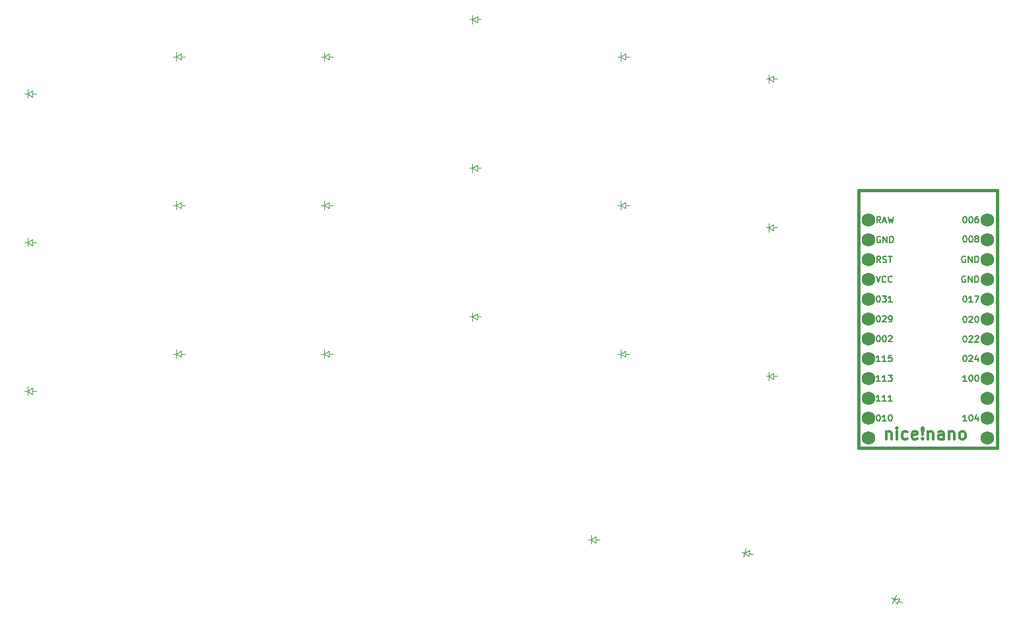
<source format=gbr>
%TF.GenerationSoftware,KiCad,Pcbnew,7.0.9*%
%TF.CreationDate,2024-08-18T04:48:21-07:00*%
%TF.ProjectId,left,6c656674-2e6b-4696-9361-645f70636258,v1.0.0*%
%TF.SameCoordinates,Original*%
%TF.FileFunction,Legend,Top*%
%TF.FilePolarity,Positive*%
%FSLAX46Y46*%
G04 Gerber Fmt 4.6, Leading zero omitted, Abs format (unit mm)*
G04 Created by KiCad (PCBNEW 7.0.9) date 2024-08-18 04:48:21*
%MOMM*%
%LPD*%
G01*
G04 APERTURE LIST*
%ADD10C,0.150000*%
%ADD11C,0.300000*%
%ADD12C,0.100000*%
%ADD13C,0.381000*%
%ADD14C,1.752600*%
G04 APERTURE END LIST*
D10*
X252112359Y-157685195D02*
X252188549Y-157685195D01*
X252188549Y-157685195D02*
X252264740Y-157723290D01*
X252264740Y-157723290D02*
X252302835Y-157761385D01*
X252302835Y-157761385D02*
X252340930Y-157837576D01*
X252340930Y-157837576D02*
X252379025Y-157989957D01*
X252379025Y-157989957D02*
X252379025Y-158180433D01*
X252379025Y-158180433D02*
X252340930Y-158332814D01*
X252340930Y-158332814D02*
X252302835Y-158409004D01*
X252302835Y-158409004D02*
X252264740Y-158447100D01*
X252264740Y-158447100D02*
X252188549Y-158485195D01*
X252188549Y-158485195D02*
X252112359Y-158485195D01*
X252112359Y-158485195D02*
X252036168Y-158447100D01*
X252036168Y-158447100D02*
X251998073Y-158409004D01*
X251998073Y-158409004D02*
X251959978Y-158332814D01*
X251959978Y-158332814D02*
X251921882Y-158180433D01*
X251921882Y-158180433D02*
X251921882Y-157989957D01*
X251921882Y-157989957D02*
X251959978Y-157837576D01*
X251959978Y-157837576D02*
X251998073Y-157761385D01*
X251998073Y-157761385D02*
X252036168Y-157723290D01*
X252036168Y-157723290D02*
X252112359Y-157685195D01*
X252874264Y-157685195D02*
X252950454Y-157685195D01*
X252950454Y-157685195D02*
X253026645Y-157723290D01*
X253026645Y-157723290D02*
X253064740Y-157761385D01*
X253064740Y-157761385D02*
X253102835Y-157837576D01*
X253102835Y-157837576D02*
X253140930Y-157989957D01*
X253140930Y-157989957D02*
X253140930Y-158180433D01*
X253140930Y-158180433D02*
X253102835Y-158332814D01*
X253102835Y-158332814D02*
X253064740Y-158409004D01*
X253064740Y-158409004D02*
X253026645Y-158447100D01*
X253026645Y-158447100D02*
X252950454Y-158485195D01*
X252950454Y-158485195D02*
X252874264Y-158485195D01*
X252874264Y-158485195D02*
X252798073Y-158447100D01*
X252798073Y-158447100D02*
X252759978Y-158409004D01*
X252759978Y-158409004D02*
X252721883Y-158332814D01*
X252721883Y-158332814D02*
X252683787Y-158180433D01*
X252683787Y-158180433D02*
X252683787Y-157989957D01*
X252683787Y-157989957D02*
X252721883Y-157837576D01*
X252721883Y-157837576D02*
X252759978Y-157761385D01*
X252759978Y-157761385D02*
X252798073Y-157723290D01*
X252798073Y-157723290D02*
X252874264Y-157685195D01*
X253445692Y-157761385D02*
X253483788Y-157723290D01*
X253483788Y-157723290D02*
X253559978Y-157685195D01*
X253559978Y-157685195D02*
X253750454Y-157685195D01*
X253750454Y-157685195D02*
X253826645Y-157723290D01*
X253826645Y-157723290D02*
X253864740Y-157761385D01*
X253864740Y-157761385D02*
X253902835Y-157837576D01*
X253902835Y-157837576D02*
X253902835Y-157913766D01*
X253902835Y-157913766D02*
X253864740Y-158028052D01*
X253864740Y-158028052D02*
X253407597Y-158485195D01*
X253407597Y-158485195D02*
X253902835Y-158485195D01*
X252385359Y-145023290D02*
X252309169Y-144985195D01*
X252309169Y-144985195D02*
X252194883Y-144985195D01*
X252194883Y-144985195D02*
X252080597Y-145023290D01*
X252080597Y-145023290D02*
X252004407Y-145099480D01*
X252004407Y-145099480D02*
X251966312Y-145175671D01*
X251966312Y-145175671D02*
X251928216Y-145328052D01*
X251928216Y-145328052D02*
X251928216Y-145442338D01*
X251928216Y-145442338D02*
X251966312Y-145594719D01*
X251966312Y-145594719D02*
X252004407Y-145670909D01*
X252004407Y-145670909D02*
X252080597Y-145747100D01*
X252080597Y-145747100D02*
X252194883Y-145785195D01*
X252194883Y-145785195D02*
X252271074Y-145785195D01*
X252271074Y-145785195D02*
X252385359Y-145747100D01*
X252385359Y-145747100D02*
X252423455Y-145709004D01*
X252423455Y-145709004D02*
X252423455Y-145442338D01*
X252423455Y-145442338D02*
X252271074Y-145442338D01*
X252766312Y-145785195D02*
X252766312Y-144985195D01*
X252766312Y-144985195D02*
X253223455Y-145785195D01*
X253223455Y-145785195D02*
X253223455Y-144985195D01*
X253604407Y-145785195D02*
X253604407Y-144985195D01*
X253604407Y-144985195D02*
X253794883Y-144985195D01*
X253794883Y-144985195D02*
X253909169Y-145023290D01*
X253909169Y-145023290D02*
X253985359Y-145099480D01*
X253985359Y-145099480D02*
X254023454Y-145175671D01*
X254023454Y-145175671D02*
X254061550Y-145328052D01*
X254061550Y-145328052D02*
X254061550Y-145442338D01*
X254061550Y-145442338D02*
X254023454Y-145594719D01*
X254023454Y-145594719D02*
X253985359Y-145670909D01*
X253985359Y-145670909D02*
X253909169Y-145747100D01*
X253909169Y-145747100D02*
X253794883Y-145785195D01*
X253794883Y-145785195D02*
X253604407Y-145785195D01*
X252112359Y-167845195D02*
X252188549Y-167845195D01*
X252188549Y-167845195D02*
X252264740Y-167883290D01*
X252264740Y-167883290D02*
X252302835Y-167921385D01*
X252302835Y-167921385D02*
X252340930Y-167997576D01*
X252340930Y-167997576D02*
X252379025Y-168149957D01*
X252379025Y-168149957D02*
X252379025Y-168340433D01*
X252379025Y-168340433D02*
X252340930Y-168492814D01*
X252340930Y-168492814D02*
X252302835Y-168569004D01*
X252302835Y-168569004D02*
X252264740Y-168607100D01*
X252264740Y-168607100D02*
X252188549Y-168645195D01*
X252188549Y-168645195D02*
X252112359Y-168645195D01*
X252112359Y-168645195D02*
X252036168Y-168607100D01*
X252036168Y-168607100D02*
X251998073Y-168569004D01*
X251998073Y-168569004D02*
X251959978Y-168492814D01*
X251959978Y-168492814D02*
X251921882Y-168340433D01*
X251921882Y-168340433D02*
X251921882Y-168149957D01*
X251921882Y-168149957D02*
X251959978Y-167997576D01*
X251959978Y-167997576D02*
X251998073Y-167921385D01*
X251998073Y-167921385D02*
X252036168Y-167883290D01*
X252036168Y-167883290D02*
X252112359Y-167845195D01*
X253140930Y-168645195D02*
X252683787Y-168645195D01*
X252912359Y-168645195D02*
X252912359Y-167845195D01*
X252912359Y-167845195D02*
X252836168Y-167959480D01*
X252836168Y-167959480D02*
X252759978Y-168035671D01*
X252759978Y-168035671D02*
X252683787Y-168073766D01*
X253636169Y-167845195D02*
X253712359Y-167845195D01*
X253712359Y-167845195D02*
X253788550Y-167883290D01*
X253788550Y-167883290D02*
X253826645Y-167921385D01*
X253826645Y-167921385D02*
X253864740Y-167997576D01*
X253864740Y-167997576D02*
X253902835Y-168149957D01*
X253902835Y-168149957D02*
X253902835Y-168340433D01*
X253902835Y-168340433D02*
X253864740Y-168492814D01*
X253864740Y-168492814D02*
X253826645Y-168569004D01*
X253826645Y-168569004D02*
X253788550Y-168607100D01*
X253788550Y-168607100D02*
X253712359Y-168645195D01*
X253712359Y-168645195D02*
X253636169Y-168645195D01*
X253636169Y-168645195D02*
X253559978Y-168607100D01*
X253559978Y-168607100D02*
X253521883Y-168569004D01*
X253521883Y-168569004D02*
X253483788Y-168492814D01*
X253483788Y-168492814D02*
X253445692Y-168340433D01*
X253445692Y-168340433D02*
X253445692Y-168149957D01*
X253445692Y-168149957D02*
X253483788Y-167997576D01*
X253483788Y-167997576D02*
X253521883Y-167921385D01*
X253521883Y-167921385D02*
X253559978Y-167883290D01*
X253559978Y-167883290D02*
X253636169Y-167845195D01*
D11*
X253159835Y-169993228D02*
X253159835Y-170993228D01*
X253159835Y-170136085D02*
X253231264Y-170064657D01*
X253231264Y-170064657D02*
X253374121Y-169993228D01*
X253374121Y-169993228D02*
X253588407Y-169993228D01*
X253588407Y-169993228D02*
X253731264Y-170064657D01*
X253731264Y-170064657D02*
X253802693Y-170207514D01*
X253802693Y-170207514D02*
X253802693Y-170993228D01*
X254516978Y-170993228D02*
X254516978Y-169993228D01*
X254516978Y-169493228D02*
X254445550Y-169564657D01*
X254445550Y-169564657D02*
X254516978Y-169636085D01*
X254516978Y-169636085D02*
X254588407Y-169564657D01*
X254588407Y-169564657D02*
X254516978Y-169493228D01*
X254516978Y-169493228D02*
X254516978Y-169636085D01*
X255874122Y-170921800D02*
X255731264Y-170993228D01*
X255731264Y-170993228D02*
X255445550Y-170993228D01*
X255445550Y-170993228D02*
X255302693Y-170921800D01*
X255302693Y-170921800D02*
X255231264Y-170850371D01*
X255231264Y-170850371D02*
X255159836Y-170707514D01*
X255159836Y-170707514D02*
X255159836Y-170278942D01*
X255159836Y-170278942D02*
X255231264Y-170136085D01*
X255231264Y-170136085D02*
X255302693Y-170064657D01*
X255302693Y-170064657D02*
X255445550Y-169993228D01*
X255445550Y-169993228D02*
X255731264Y-169993228D01*
X255731264Y-169993228D02*
X255874122Y-170064657D01*
X257088407Y-170921800D02*
X256945550Y-170993228D01*
X256945550Y-170993228D02*
X256659836Y-170993228D01*
X256659836Y-170993228D02*
X256516978Y-170921800D01*
X256516978Y-170921800D02*
X256445550Y-170778942D01*
X256445550Y-170778942D02*
X256445550Y-170207514D01*
X256445550Y-170207514D02*
X256516978Y-170064657D01*
X256516978Y-170064657D02*
X256659836Y-169993228D01*
X256659836Y-169993228D02*
X256945550Y-169993228D01*
X256945550Y-169993228D02*
X257088407Y-170064657D01*
X257088407Y-170064657D02*
X257159836Y-170207514D01*
X257159836Y-170207514D02*
X257159836Y-170350371D01*
X257159836Y-170350371D02*
X256445550Y-170493228D01*
X257802692Y-170850371D02*
X257874121Y-170921800D01*
X257874121Y-170921800D02*
X257802692Y-170993228D01*
X257802692Y-170993228D02*
X257731264Y-170921800D01*
X257731264Y-170921800D02*
X257802692Y-170850371D01*
X257802692Y-170850371D02*
X257802692Y-170993228D01*
X257802692Y-170421800D02*
X257731264Y-169564657D01*
X257731264Y-169564657D02*
X257802692Y-169493228D01*
X257802692Y-169493228D02*
X257874121Y-169564657D01*
X257874121Y-169564657D02*
X257802692Y-170421800D01*
X257802692Y-170421800D02*
X257802692Y-169493228D01*
X258516978Y-169993228D02*
X258516978Y-170993228D01*
X258516978Y-170136085D02*
X258588407Y-170064657D01*
X258588407Y-170064657D02*
X258731264Y-169993228D01*
X258731264Y-169993228D02*
X258945550Y-169993228D01*
X258945550Y-169993228D02*
X259088407Y-170064657D01*
X259088407Y-170064657D02*
X259159836Y-170207514D01*
X259159836Y-170207514D02*
X259159836Y-170993228D01*
X260516979Y-170993228D02*
X260516979Y-170207514D01*
X260516979Y-170207514D02*
X260445550Y-170064657D01*
X260445550Y-170064657D02*
X260302693Y-169993228D01*
X260302693Y-169993228D02*
X260016979Y-169993228D01*
X260016979Y-169993228D02*
X259874121Y-170064657D01*
X260516979Y-170921800D02*
X260374121Y-170993228D01*
X260374121Y-170993228D02*
X260016979Y-170993228D01*
X260016979Y-170993228D02*
X259874121Y-170921800D01*
X259874121Y-170921800D02*
X259802693Y-170778942D01*
X259802693Y-170778942D02*
X259802693Y-170636085D01*
X259802693Y-170636085D02*
X259874121Y-170493228D01*
X259874121Y-170493228D02*
X260016979Y-170421800D01*
X260016979Y-170421800D02*
X260374121Y-170421800D01*
X260374121Y-170421800D02*
X260516979Y-170350371D01*
X261231264Y-169993228D02*
X261231264Y-170993228D01*
X261231264Y-170136085D02*
X261302693Y-170064657D01*
X261302693Y-170064657D02*
X261445550Y-169993228D01*
X261445550Y-169993228D02*
X261659836Y-169993228D01*
X261659836Y-169993228D02*
X261802693Y-170064657D01*
X261802693Y-170064657D02*
X261874122Y-170207514D01*
X261874122Y-170207514D02*
X261874122Y-170993228D01*
X262802693Y-170993228D02*
X262659836Y-170921800D01*
X262659836Y-170921800D02*
X262588407Y-170850371D01*
X262588407Y-170850371D02*
X262516979Y-170707514D01*
X262516979Y-170707514D02*
X262516979Y-170278942D01*
X262516979Y-170278942D02*
X262588407Y-170136085D01*
X262588407Y-170136085D02*
X262659836Y-170064657D01*
X262659836Y-170064657D02*
X262802693Y-169993228D01*
X262802693Y-169993228D02*
X263016979Y-169993228D01*
X263016979Y-169993228D02*
X263159836Y-170064657D01*
X263159836Y-170064657D02*
X263231265Y-170136085D01*
X263231265Y-170136085D02*
X263302693Y-170278942D01*
X263302693Y-170278942D02*
X263302693Y-170707514D01*
X263302693Y-170707514D02*
X263231265Y-170850371D01*
X263231265Y-170850371D02*
X263159836Y-170921800D01*
X263159836Y-170921800D02*
X263016979Y-170993228D01*
X263016979Y-170993228D02*
X262802693Y-170993228D01*
D10*
X252112359Y-152605195D02*
X252188549Y-152605195D01*
X252188549Y-152605195D02*
X252264740Y-152643290D01*
X252264740Y-152643290D02*
X252302835Y-152681385D01*
X252302835Y-152681385D02*
X252340930Y-152757576D01*
X252340930Y-152757576D02*
X252379025Y-152909957D01*
X252379025Y-152909957D02*
X252379025Y-153100433D01*
X252379025Y-153100433D02*
X252340930Y-153252814D01*
X252340930Y-153252814D02*
X252302835Y-153329004D01*
X252302835Y-153329004D02*
X252264740Y-153367100D01*
X252264740Y-153367100D02*
X252188549Y-153405195D01*
X252188549Y-153405195D02*
X252112359Y-153405195D01*
X252112359Y-153405195D02*
X252036168Y-153367100D01*
X252036168Y-153367100D02*
X251998073Y-153329004D01*
X251998073Y-153329004D02*
X251959978Y-153252814D01*
X251959978Y-153252814D02*
X251921882Y-153100433D01*
X251921882Y-153100433D02*
X251921882Y-152909957D01*
X251921882Y-152909957D02*
X251959978Y-152757576D01*
X251959978Y-152757576D02*
X251998073Y-152681385D01*
X251998073Y-152681385D02*
X252036168Y-152643290D01*
X252036168Y-152643290D02*
X252112359Y-152605195D01*
X252645692Y-152605195D02*
X253140930Y-152605195D01*
X253140930Y-152605195D02*
X252874264Y-152909957D01*
X252874264Y-152909957D02*
X252988549Y-152909957D01*
X252988549Y-152909957D02*
X253064740Y-152948052D01*
X253064740Y-152948052D02*
X253102835Y-152986147D01*
X253102835Y-152986147D02*
X253140930Y-153062338D01*
X253140930Y-153062338D02*
X253140930Y-153252814D01*
X253140930Y-153252814D02*
X253102835Y-153329004D01*
X253102835Y-153329004D02*
X253064740Y-153367100D01*
X253064740Y-153367100D02*
X252988549Y-153405195D01*
X252988549Y-153405195D02*
X252759978Y-153405195D01*
X252759978Y-153405195D02*
X252683787Y-153367100D01*
X252683787Y-153367100D02*
X252645692Y-153329004D01*
X253902835Y-153405195D02*
X253445692Y-153405195D01*
X253674264Y-153405195D02*
X253674264Y-152605195D01*
X253674264Y-152605195D02*
X253598073Y-152719480D01*
X253598073Y-152719480D02*
X253521883Y-152795671D01*
X253521883Y-152795671D02*
X253445692Y-152833766D01*
X263186740Y-157715195D02*
X263262930Y-157715195D01*
X263262930Y-157715195D02*
X263339121Y-157753290D01*
X263339121Y-157753290D02*
X263377216Y-157791385D01*
X263377216Y-157791385D02*
X263415311Y-157867576D01*
X263415311Y-157867576D02*
X263453406Y-158019957D01*
X263453406Y-158019957D02*
X263453406Y-158210433D01*
X263453406Y-158210433D02*
X263415311Y-158362814D01*
X263415311Y-158362814D02*
X263377216Y-158439004D01*
X263377216Y-158439004D02*
X263339121Y-158477100D01*
X263339121Y-158477100D02*
X263262930Y-158515195D01*
X263262930Y-158515195D02*
X263186740Y-158515195D01*
X263186740Y-158515195D02*
X263110549Y-158477100D01*
X263110549Y-158477100D02*
X263072454Y-158439004D01*
X263072454Y-158439004D02*
X263034359Y-158362814D01*
X263034359Y-158362814D02*
X262996263Y-158210433D01*
X262996263Y-158210433D02*
X262996263Y-158019957D01*
X262996263Y-158019957D02*
X263034359Y-157867576D01*
X263034359Y-157867576D02*
X263072454Y-157791385D01*
X263072454Y-157791385D02*
X263110549Y-157753290D01*
X263110549Y-157753290D02*
X263186740Y-157715195D01*
X263758168Y-157791385D02*
X263796264Y-157753290D01*
X263796264Y-157753290D02*
X263872454Y-157715195D01*
X263872454Y-157715195D02*
X264062930Y-157715195D01*
X264062930Y-157715195D02*
X264139121Y-157753290D01*
X264139121Y-157753290D02*
X264177216Y-157791385D01*
X264177216Y-157791385D02*
X264215311Y-157867576D01*
X264215311Y-157867576D02*
X264215311Y-157943766D01*
X264215311Y-157943766D02*
X264177216Y-158058052D01*
X264177216Y-158058052D02*
X263720073Y-158515195D01*
X263720073Y-158515195D02*
X264215311Y-158515195D01*
X264520073Y-157791385D02*
X264558169Y-157753290D01*
X264558169Y-157753290D02*
X264634359Y-157715195D01*
X264634359Y-157715195D02*
X264824835Y-157715195D01*
X264824835Y-157715195D02*
X264901026Y-157753290D01*
X264901026Y-157753290D02*
X264939121Y-157791385D01*
X264939121Y-157791385D02*
X264977216Y-157867576D01*
X264977216Y-157867576D02*
X264977216Y-157943766D01*
X264977216Y-157943766D02*
X264939121Y-158058052D01*
X264939121Y-158058052D02*
X264481978Y-158515195D01*
X264481978Y-158515195D02*
X264977216Y-158515195D01*
X251845692Y-150065195D02*
X252112359Y-150865195D01*
X252112359Y-150865195D02*
X252379025Y-150065195D01*
X253102835Y-150789004D02*
X253064739Y-150827100D01*
X253064739Y-150827100D02*
X252950454Y-150865195D01*
X252950454Y-150865195D02*
X252874263Y-150865195D01*
X252874263Y-150865195D02*
X252759977Y-150827100D01*
X252759977Y-150827100D02*
X252683787Y-150750909D01*
X252683787Y-150750909D02*
X252645692Y-150674719D01*
X252645692Y-150674719D02*
X252607596Y-150522338D01*
X252607596Y-150522338D02*
X252607596Y-150408052D01*
X252607596Y-150408052D02*
X252645692Y-150255671D01*
X252645692Y-150255671D02*
X252683787Y-150179480D01*
X252683787Y-150179480D02*
X252759977Y-150103290D01*
X252759977Y-150103290D02*
X252874263Y-150065195D01*
X252874263Y-150065195D02*
X252950454Y-150065195D01*
X252950454Y-150065195D02*
X253064739Y-150103290D01*
X253064739Y-150103290D02*
X253102835Y-150141385D01*
X253902835Y-150789004D02*
X253864739Y-150827100D01*
X253864739Y-150827100D02*
X253750454Y-150865195D01*
X253750454Y-150865195D02*
X253674263Y-150865195D01*
X253674263Y-150865195D02*
X253559977Y-150827100D01*
X253559977Y-150827100D02*
X253483787Y-150750909D01*
X253483787Y-150750909D02*
X253445692Y-150674719D01*
X253445692Y-150674719D02*
X253407596Y-150522338D01*
X253407596Y-150522338D02*
X253407596Y-150408052D01*
X253407596Y-150408052D02*
X253445692Y-150255671D01*
X253445692Y-150255671D02*
X253483787Y-150179480D01*
X253483787Y-150179480D02*
X253559977Y-150103290D01*
X253559977Y-150103290D02*
X253674263Y-150065195D01*
X253674263Y-150065195D02*
X253750454Y-150065195D01*
X253750454Y-150065195D02*
X253864739Y-150103290D01*
X253864739Y-150103290D02*
X253902835Y-150141385D01*
X263186740Y-152615195D02*
X263262930Y-152615195D01*
X263262930Y-152615195D02*
X263339121Y-152653290D01*
X263339121Y-152653290D02*
X263377216Y-152691385D01*
X263377216Y-152691385D02*
X263415311Y-152767576D01*
X263415311Y-152767576D02*
X263453406Y-152919957D01*
X263453406Y-152919957D02*
X263453406Y-153110433D01*
X263453406Y-153110433D02*
X263415311Y-153262814D01*
X263415311Y-153262814D02*
X263377216Y-153339004D01*
X263377216Y-153339004D02*
X263339121Y-153377100D01*
X263339121Y-153377100D02*
X263262930Y-153415195D01*
X263262930Y-153415195D02*
X263186740Y-153415195D01*
X263186740Y-153415195D02*
X263110549Y-153377100D01*
X263110549Y-153377100D02*
X263072454Y-153339004D01*
X263072454Y-153339004D02*
X263034359Y-153262814D01*
X263034359Y-153262814D02*
X262996263Y-153110433D01*
X262996263Y-153110433D02*
X262996263Y-152919957D01*
X262996263Y-152919957D02*
X263034359Y-152767576D01*
X263034359Y-152767576D02*
X263072454Y-152691385D01*
X263072454Y-152691385D02*
X263110549Y-152653290D01*
X263110549Y-152653290D02*
X263186740Y-152615195D01*
X264215311Y-153415195D02*
X263758168Y-153415195D01*
X263986740Y-153415195D02*
X263986740Y-152615195D01*
X263986740Y-152615195D02*
X263910549Y-152729480D01*
X263910549Y-152729480D02*
X263834359Y-152805671D01*
X263834359Y-152805671D02*
X263758168Y-152843766D01*
X264481978Y-152615195D02*
X265015312Y-152615195D01*
X265015312Y-152615195D02*
X264672454Y-153415195D01*
X263453406Y-163565195D02*
X262996263Y-163565195D01*
X263224835Y-163565195D02*
X263224835Y-162765195D01*
X263224835Y-162765195D02*
X263148644Y-162879480D01*
X263148644Y-162879480D02*
X263072454Y-162955671D01*
X263072454Y-162955671D02*
X262996263Y-162993766D01*
X263948645Y-162765195D02*
X264024835Y-162765195D01*
X264024835Y-162765195D02*
X264101026Y-162803290D01*
X264101026Y-162803290D02*
X264139121Y-162841385D01*
X264139121Y-162841385D02*
X264177216Y-162917576D01*
X264177216Y-162917576D02*
X264215311Y-163069957D01*
X264215311Y-163069957D02*
X264215311Y-163260433D01*
X264215311Y-163260433D02*
X264177216Y-163412814D01*
X264177216Y-163412814D02*
X264139121Y-163489004D01*
X264139121Y-163489004D02*
X264101026Y-163527100D01*
X264101026Y-163527100D02*
X264024835Y-163565195D01*
X264024835Y-163565195D02*
X263948645Y-163565195D01*
X263948645Y-163565195D02*
X263872454Y-163527100D01*
X263872454Y-163527100D02*
X263834359Y-163489004D01*
X263834359Y-163489004D02*
X263796264Y-163412814D01*
X263796264Y-163412814D02*
X263758168Y-163260433D01*
X263758168Y-163260433D02*
X263758168Y-163069957D01*
X263758168Y-163069957D02*
X263796264Y-162917576D01*
X263796264Y-162917576D02*
X263834359Y-162841385D01*
X263834359Y-162841385D02*
X263872454Y-162803290D01*
X263872454Y-162803290D02*
X263948645Y-162765195D01*
X264710550Y-162765195D02*
X264786740Y-162765195D01*
X264786740Y-162765195D02*
X264862931Y-162803290D01*
X264862931Y-162803290D02*
X264901026Y-162841385D01*
X264901026Y-162841385D02*
X264939121Y-162917576D01*
X264939121Y-162917576D02*
X264977216Y-163069957D01*
X264977216Y-163069957D02*
X264977216Y-163260433D01*
X264977216Y-163260433D02*
X264939121Y-163412814D01*
X264939121Y-163412814D02*
X264901026Y-163489004D01*
X264901026Y-163489004D02*
X264862931Y-163527100D01*
X264862931Y-163527100D02*
X264786740Y-163565195D01*
X264786740Y-163565195D02*
X264710550Y-163565195D01*
X264710550Y-163565195D02*
X264634359Y-163527100D01*
X264634359Y-163527100D02*
X264596264Y-163489004D01*
X264596264Y-163489004D02*
X264558169Y-163412814D01*
X264558169Y-163412814D02*
X264520073Y-163260433D01*
X264520073Y-163260433D02*
X264520073Y-163069957D01*
X264520073Y-163069957D02*
X264558169Y-162917576D01*
X264558169Y-162917576D02*
X264596264Y-162841385D01*
X264596264Y-162841385D02*
X264634359Y-162803290D01*
X264634359Y-162803290D02*
X264710550Y-162765195D01*
X252379025Y-163565195D02*
X251921882Y-163565195D01*
X252150454Y-163565195D02*
X252150454Y-162765195D01*
X252150454Y-162765195D02*
X252074263Y-162879480D01*
X252074263Y-162879480D02*
X251998073Y-162955671D01*
X251998073Y-162955671D02*
X251921882Y-162993766D01*
X253140930Y-163565195D02*
X252683787Y-163565195D01*
X252912359Y-163565195D02*
X252912359Y-162765195D01*
X252912359Y-162765195D02*
X252836168Y-162879480D01*
X252836168Y-162879480D02*
X252759978Y-162955671D01*
X252759978Y-162955671D02*
X252683787Y-162993766D01*
X253407597Y-162765195D02*
X253902835Y-162765195D01*
X253902835Y-162765195D02*
X253636169Y-163069957D01*
X253636169Y-163069957D02*
X253750454Y-163069957D01*
X253750454Y-163069957D02*
X253826645Y-163108052D01*
X253826645Y-163108052D02*
X253864740Y-163146147D01*
X253864740Y-163146147D02*
X253902835Y-163222338D01*
X253902835Y-163222338D02*
X253902835Y-163412814D01*
X253902835Y-163412814D02*
X253864740Y-163489004D01*
X253864740Y-163489004D02*
X253826645Y-163527100D01*
X253826645Y-163527100D02*
X253750454Y-163565195D01*
X253750454Y-163565195D02*
X253521883Y-163565195D01*
X253521883Y-163565195D02*
X253445692Y-163527100D01*
X253445692Y-163527100D02*
X253407597Y-163489004D01*
X252379025Y-166105195D02*
X251921882Y-166105195D01*
X252150454Y-166105195D02*
X252150454Y-165305195D01*
X252150454Y-165305195D02*
X252074263Y-165419480D01*
X252074263Y-165419480D02*
X251998073Y-165495671D01*
X251998073Y-165495671D02*
X251921882Y-165533766D01*
X253140930Y-166105195D02*
X252683787Y-166105195D01*
X252912359Y-166105195D02*
X252912359Y-165305195D01*
X252912359Y-165305195D02*
X252836168Y-165419480D01*
X252836168Y-165419480D02*
X252759978Y-165495671D01*
X252759978Y-165495671D02*
X252683787Y-165533766D01*
X253902835Y-166105195D02*
X253445692Y-166105195D01*
X253674264Y-166105195D02*
X253674264Y-165305195D01*
X253674264Y-165305195D02*
X253598073Y-165419480D01*
X253598073Y-165419480D02*
X253521883Y-165495671D01*
X253521883Y-165495671D02*
X253445692Y-165533766D01*
X263186740Y-155215195D02*
X263262930Y-155215195D01*
X263262930Y-155215195D02*
X263339121Y-155253290D01*
X263339121Y-155253290D02*
X263377216Y-155291385D01*
X263377216Y-155291385D02*
X263415311Y-155367576D01*
X263415311Y-155367576D02*
X263453406Y-155519957D01*
X263453406Y-155519957D02*
X263453406Y-155710433D01*
X263453406Y-155710433D02*
X263415311Y-155862814D01*
X263415311Y-155862814D02*
X263377216Y-155939004D01*
X263377216Y-155939004D02*
X263339121Y-155977100D01*
X263339121Y-155977100D02*
X263262930Y-156015195D01*
X263262930Y-156015195D02*
X263186740Y-156015195D01*
X263186740Y-156015195D02*
X263110549Y-155977100D01*
X263110549Y-155977100D02*
X263072454Y-155939004D01*
X263072454Y-155939004D02*
X263034359Y-155862814D01*
X263034359Y-155862814D02*
X262996263Y-155710433D01*
X262996263Y-155710433D02*
X262996263Y-155519957D01*
X262996263Y-155519957D02*
X263034359Y-155367576D01*
X263034359Y-155367576D02*
X263072454Y-155291385D01*
X263072454Y-155291385D02*
X263110549Y-155253290D01*
X263110549Y-155253290D02*
X263186740Y-155215195D01*
X263758168Y-155291385D02*
X263796264Y-155253290D01*
X263796264Y-155253290D02*
X263872454Y-155215195D01*
X263872454Y-155215195D02*
X264062930Y-155215195D01*
X264062930Y-155215195D02*
X264139121Y-155253290D01*
X264139121Y-155253290D02*
X264177216Y-155291385D01*
X264177216Y-155291385D02*
X264215311Y-155367576D01*
X264215311Y-155367576D02*
X264215311Y-155443766D01*
X264215311Y-155443766D02*
X264177216Y-155558052D01*
X264177216Y-155558052D02*
X263720073Y-156015195D01*
X263720073Y-156015195D02*
X264215311Y-156015195D01*
X264710550Y-155215195D02*
X264786740Y-155215195D01*
X264786740Y-155215195D02*
X264862931Y-155253290D01*
X264862931Y-155253290D02*
X264901026Y-155291385D01*
X264901026Y-155291385D02*
X264939121Y-155367576D01*
X264939121Y-155367576D02*
X264977216Y-155519957D01*
X264977216Y-155519957D02*
X264977216Y-155710433D01*
X264977216Y-155710433D02*
X264939121Y-155862814D01*
X264939121Y-155862814D02*
X264901026Y-155939004D01*
X264901026Y-155939004D02*
X264862931Y-155977100D01*
X264862931Y-155977100D02*
X264786740Y-156015195D01*
X264786740Y-156015195D02*
X264710550Y-156015195D01*
X264710550Y-156015195D02*
X264634359Y-155977100D01*
X264634359Y-155977100D02*
X264596264Y-155939004D01*
X264596264Y-155939004D02*
X264558169Y-155862814D01*
X264558169Y-155862814D02*
X264520073Y-155710433D01*
X264520073Y-155710433D02*
X264520073Y-155519957D01*
X264520073Y-155519957D02*
X264558169Y-155367576D01*
X264558169Y-155367576D02*
X264596264Y-155291385D01*
X264596264Y-155291385D02*
X264634359Y-155253290D01*
X264634359Y-155253290D02*
X264710550Y-155215195D01*
X263301026Y-147563290D02*
X263224836Y-147525195D01*
X263224836Y-147525195D02*
X263110550Y-147525195D01*
X263110550Y-147525195D02*
X262996264Y-147563290D01*
X262996264Y-147563290D02*
X262920074Y-147639480D01*
X262920074Y-147639480D02*
X262881979Y-147715671D01*
X262881979Y-147715671D02*
X262843883Y-147868052D01*
X262843883Y-147868052D02*
X262843883Y-147982338D01*
X262843883Y-147982338D02*
X262881979Y-148134719D01*
X262881979Y-148134719D02*
X262920074Y-148210909D01*
X262920074Y-148210909D02*
X262996264Y-148287100D01*
X262996264Y-148287100D02*
X263110550Y-148325195D01*
X263110550Y-148325195D02*
X263186741Y-148325195D01*
X263186741Y-148325195D02*
X263301026Y-148287100D01*
X263301026Y-148287100D02*
X263339122Y-148249004D01*
X263339122Y-148249004D02*
X263339122Y-147982338D01*
X263339122Y-147982338D02*
X263186741Y-147982338D01*
X263681979Y-148325195D02*
X263681979Y-147525195D01*
X263681979Y-147525195D02*
X264139122Y-148325195D01*
X264139122Y-148325195D02*
X264139122Y-147525195D01*
X264520074Y-148325195D02*
X264520074Y-147525195D01*
X264520074Y-147525195D02*
X264710550Y-147525195D01*
X264710550Y-147525195D02*
X264824836Y-147563290D01*
X264824836Y-147563290D02*
X264901026Y-147639480D01*
X264901026Y-147639480D02*
X264939121Y-147715671D01*
X264939121Y-147715671D02*
X264977217Y-147868052D01*
X264977217Y-147868052D02*
X264977217Y-147982338D01*
X264977217Y-147982338D02*
X264939121Y-148134719D01*
X264939121Y-148134719D02*
X264901026Y-148210909D01*
X264901026Y-148210909D02*
X264824836Y-148287100D01*
X264824836Y-148287100D02*
X264710550Y-148325195D01*
X264710550Y-148325195D02*
X264520074Y-148325195D01*
X263186740Y-144915195D02*
X263262930Y-144915195D01*
X263262930Y-144915195D02*
X263339121Y-144953290D01*
X263339121Y-144953290D02*
X263377216Y-144991385D01*
X263377216Y-144991385D02*
X263415311Y-145067576D01*
X263415311Y-145067576D02*
X263453406Y-145219957D01*
X263453406Y-145219957D02*
X263453406Y-145410433D01*
X263453406Y-145410433D02*
X263415311Y-145562814D01*
X263415311Y-145562814D02*
X263377216Y-145639004D01*
X263377216Y-145639004D02*
X263339121Y-145677100D01*
X263339121Y-145677100D02*
X263262930Y-145715195D01*
X263262930Y-145715195D02*
X263186740Y-145715195D01*
X263186740Y-145715195D02*
X263110549Y-145677100D01*
X263110549Y-145677100D02*
X263072454Y-145639004D01*
X263072454Y-145639004D02*
X263034359Y-145562814D01*
X263034359Y-145562814D02*
X262996263Y-145410433D01*
X262996263Y-145410433D02*
X262996263Y-145219957D01*
X262996263Y-145219957D02*
X263034359Y-145067576D01*
X263034359Y-145067576D02*
X263072454Y-144991385D01*
X263072454Y-144991385D02*
X263110549Y-144953290D01*
X263110549Y-144953290D02*
X263186740Y-144915195D01*
X263948645Y-144915195D02*
X264024835Y-144915195D01*
X264024835Y-144915195D02*
X264101026Y-144953290D01*
X264101026Y-144953290D02*
X264139121Y-144991385D01*
X264139121Y-144991385D02*
X264177216Y-145067576D01*
X264177216Y-145067576D02*
X264215311Y-145219957D01*
X264215311Y-145219957D02*
X264215311Y-145410433D01*
X264215311Y-145410433D02*
X264177216Y-145562814D01*
X264177216Y-145562814D02*
X264139121Y-145639004D01*
X264139121Y-145639004D02*
X264101026Y-145677100D01*
X264101026Y-145677100D02*
X264024835Y-145715195D01*
X264024835Y-145715195D02*
X263948645Y-145715195D01*
X263948645Y-145715195D02*
X263872454Y-145677100D01*
X263872454Y-145677100D02*
X263834359Y-145639004D01*
X263834359Y-145639004D02*
X263796264Y-145562814D01*
X263796264Y-145562814D02*
X263758168Y-145410433D01*
X263758168Y-145410433D02*
X263758168Y-145219957D01*
X263758168Y-145219957D02*
X263796264Y-145067576D01*
X263796264Y-145067576D02*
X263834359Y-144991385D01*
X263834359Y-144991385D02*
X263872454Y-144953290D01*
X263872454Y-144953290D02*
X263948645Y-144915195D01*
X264672454Y-145258052D02*
X264596264Y-145219957D01*
X264596264Y-145219957D02*
X264558169Y-145181861D01*
X264558169Y-145181861D02*
X264520073Y-145105671D01*
X264520073Y-145105671D02*
X264520073Y-145067576D01*
X264520073Y-145067576D02*
X264558169Y-144991385D01*
X264558169Y-144991385D02*
X264596264Y-144953290D01*
X264596264Y-144953290D02*
X264672454Y-144915195D01*
X264672454Y-144915195D02*
X264824835Y-144915195D01*
X264824835Y-144915195D02*
X264901026Y-144953290D01*
X264901026Y-144953290D02*
X264939121Y-144991385D01*
X264939121Y-144991385D02*
X264977216Y-145067576D01*
X264977216Y-145067576D02*
X264977216Y-145105671D01*
X264977216Y-145105671D02*
X264939121Y-145181861D01*
X264939121Y-145181861D02*
X264901026Y-145219957D01*
X264901026Y-145219957D02*
X264824835Y-145258052D01*
X264824835Y-145258052D02*
X264672454Y-145258052D01*
X264672454Y-145258052D02*
X264596264Y-145296147D01*
X264596264Y-145296147D02*
X264558169Y-145334242D01*
X264558169Y-145334242D02*
X264520073Y-145410433D01*
X264520073Y-145410433D02*
X264520073Y-145562814D01*
X264520073Y-145562814D02*
X264558169Y-145639004D01*
X264558169Y-145639004D02*
X264596264Y-145677100D01*
X264596264Y-145677100D02*
X264672454Y-145715195D01*
X264672454Y-145715195D02*
X264824835Y-145715195D01*
X264824835Y-145715195D02*
X264901026Y-145677100D01*
X264901026Y-145677100D02*
X264939121Y-145639004D01*
X264939121Y-145639004D02*
X264977216Y-145562814D01*
X264977216Y-145562814D02*
X264977216Y-145410433D01*
X264977216Y-145410433D02*
X264939121Y-145334242D01*
X264939121Y-145334242D02*
X264901026Y-145296147D01*
X264901026Y-145296147D02*
X264824835Y-145258052D01*
X263186740Y-142445195D02*
X263262930Y-142445195D01*
X263262930Y-142445195D02*
X263339121Y-142483290D01*
X263339121Y-142483290D02*
X263377216Y-142521385D01*
X263377216Y-142521385D02*
X263415311Y-142597576D01*
X263415311Y-142597576D02*
X263453406Y-142749957D01*
X263453406Y-142749957D02*
X263453406Y-142940433D01*
X263453406Y-142940433D02*
X263415311Y-143092814D01*
X263415311Y-143092814D02*
X263377216Y-143169004D01*
X263377216Y-143169004D02*
X263339121Y-143207100D01*
X263339121Y-143207100D02*
X263262930Y-143245195D01*
X263262930Y-143245195D02*
X263186740Y-143245195D01*
X263186740Y-143245195D02*
X263110549Y-143207100D01*
X263110549Y-143207100D02*
X263072454Y-143169004D01*
X263072454Y-143169004D02*
X263034359Y-143092814D01*
X263034359Y-143092814D02*
X262996263Y-142940433D01*
X262996263Y-142940433D02*
X262996263Y-142749957D01*
X262996263Y-142749957D02*
X263034359Y-142597576D01*
X263034359Y-142597576D02*
X263072454Y-142521385D01*
X263072454Y-142521385D02*
X263110549Y-142483290D01*
X263110549Y-142483290D02*
X263186740Y-142445195D01*
X263948645Y-142445195D02*
X264024835Y-142445195D01*
X264024835Y-142445195D02*
X264101026Y-142483290D01*
X264101026Y-142483290D02*
X264139121Y-142521385D01*
X264139121Y-142521385D02*
X264177216Y-142597576D01*
X264177216Y-142597576D02*
X264215311Y-142749957D01*
X264215311Y-142749957D02*
X264215311Y-142940433D01*
X264215311Y-142940433D02*
X264177216Y-143092814D01*
X264177216Y-143092814D02*
X264139121Y-143169004D01*
X264139121Y-143169004D02*
X264101026Y-143207100D01*
X264101026Y-143207100D02*
X264024835Y-143245195D01*
X264024835Y-143245195D02*
X263948645Y-143245195D01*
X263948645Y-143245195D02*
X263872454Y-143207100D01*
X263872454Y-143207100D02*
X263834359Y-143169004D01*
X263834359Y-143169004D02*
X263796264Y-143092814D01*
X263796264Y-143092814D02*
X263758168Y-142940433D01*
X263758168Y-142940433D02*
X263758168Y-142749957D01*
X263758168Y-142749957D02*
X263796264Y-142597576D01*
X263796264Y-142597576D02*
X263834359Y-142521385D01*
X263834359Y-142521385D02*
X263872454Y-142483290D01*
X263872454Y-142483290D02*
X263948645Y-142445195D01*
X264901026Y-142445195D02*
X264748645Y-142445195D01*
X264748645Y-142445195D02*
X264672454Y-142483290D01*
X264672454Y-142483290D02*
X264634359Y-142521385D01*
X264634359Y-142521385D02*
X264558169Y-142635671D01*
X264558169Y-142635671D02*
X264520073Y-142788052D01*
X264520073Y-142788052D02*
X264520073Y-143092814D01*
X264520073Y-143092814D02*
X264558169Y-143169004D01*
X264558169Y-143169004D02*
X264596264Y-143207100D01*
X264596264Y-143207100D02*
X264672454Y-143245195D01*
X264672454Y-143245195D02*
X264824835Y-143245195D01*
X264824835Y-143245195D02*
X264901026Y-143207100D01*
X264901026Y-143207100D02*
X264939121Y-143169004D01*
X264939121Y-143169004D02*
X264977216Y-143092814D01*
X264977216Y-143092814D02*
X264977216Y-142902338D01*
X264977216Y-142902338D02*
X264939121Y-142826147D01*
X264939121Y-142826147D02*
X264901026Y-142788052D01*
X264901026Y-142788052D02*
X264824835Y-142749957D01*
X264824835Y-142749957D02*
X264672454Y-142749957D01*
X264672454Y-142749957D02*
X264596264Y-142788052D01*
X264596264Y-142788052D02*
X264558169Y-142826147D01*
X264558169Y-142826147D02*
X264520073Y-142902338D01*
X252379025Y-161025195D02*
X251921882Y-161025195D01*
X252150454Y-161025195D02*
X252150454Y-160225195D01*
X252150454Y-160225195D02*
X252074263Y-160339480D01*
X252074263Y-160339480D02*
X251998073Y-160415671D01*
X251998073Y-160415671D02*
X251921882Y-160453766D01*
X253140930Y-161025195D02*
X252683787Y-161025195D01*
X252912359Y-161025195D02*
X252912359Y-160225195D01*
X252912359Y-160225195D02*
X252836168Y-160339480D01*
X252836168Y-160339480D02*
X252759978Y-160415671D01*
X252759978Y-160415671D02*
X252683787Y-160453766D01*
X253864740Y-160225195D02*
X253483788Y-160225195D01*
X253483788Y-160225195D02*
X253445692Y-160606147D01*
X253445692Y-160606147D02*
X253483788Y-160568052D01*
X253483788Y-160568052D02*
X253559978Y-160529957D01*
X253559978Y-160529957D02*
X253750454Y-160529957D01*
X253750454Y-160529957D02*
X253826645Y-160568052D01*
X253826645Y-160568052D02*
X253864740Y-160606147D01*
X253864740Y-160606147D02*
X253902835Y-160682338D01*
X253902835Y-160682338D02*
X253902835Y-160872814D01*
X253902835Y-160872814D02*
X253864740Y-160949004D01*
X253864740Y-160949004D02*
X253826645Y-160987100D01*
X253826645Y-160987100D02*
X253750454Y-161025195D01*
X253750454Y-161025195D02*
X253559978Y-161025195D01*
X253559978Y-161025195D02*
X253483788Y-160987100D01*
X253483788Y-160987100D02*
X253445692Y-160949004D01*
X252112359Y-155145195D02*
X252188549Y-155145195D01*
X252188549Y-155145195D02*
X252264740Y-155183290D01*
X252264740Y-155183290D02*
X252302835Y-155221385D01*
X252302835Y-155221385D02*
X252340930Y-155297576D01*
X252340930Y-155297576D02*
X252379025Y-155449957D01*
X252379025Y-155449957D02*
X252379025Y-155640433D01*
X252379025Y-155640433D02*
X252340930Y-155792814D01*
X252340930Y-155792814D02*
X252302835Y-155869004D01*
X252302835Y-155869004D02*
X252264740Y-155907100D01*
X252264740Y-155907100D02*
X252188549Y-155945195D01*
X252188549Y-155945195D02*
X252112359Y-155945195D01*
X252112359Y-155945195D02*
X252036168Y-155907100D01*
X252036168Y-155907100D02*
X251998073Y-155869004D01*
X251998073Y-155869004D02*
X251959978Y-155792814D01*
X251959978Y-155792814D02*
X251921882Y-155640433D01*
X251921882Y-155640433D02*
X251921882Y-155449957D01*
X251921882Y-155449957D02*
X251959978Y-155297576D01*
X251959978Y-155297576D02*
X251998073Y-155221385D01*
X251998073Y-155221385D02*
X252036168Y-155183290D01*
X252036168Y-155183290D02*
X252112359Y-155145195D01*
X252683787Y-155221385D02*
X252721883Y-155183290D01*
X252721883Y-155183290D02*
X252798073Y-155145195D01*
X252798073Y-155145195D02*
X252988549Y-155145195D01*
X252988549Y-155145195D02*
X253064740Y-155183290D01*
X253064740Y-155183290D02*
X253102835Y-155221385D01*
X253102835Y-155221385D02*
X253140930Y-155297576D01*
X253140930Y-155297576D02*
X253140930Y-155373766D01*
X253140930Y-155373766D02*
X253102835Y-155488052D01*
X253102835Y-155488052D02*
X252645692Y-155945195D01*
X252645692Y-155945195D02*
X253140930Y-155945195D01*
X253521883Y-155945195D02*
X253674264Y-155945195D01*
X253674264Y-155945195D02*
X253750454Y-155907100D01*
X253750454Y-155907100D02*
X253788550Y-155869004D01*
X253788550Y-155869004D02*
X253864740Y-155754719D01*
X253864740Y-155754719D02*
X253902835Y-155602338D01*
X253902835Y-155602338D02*
X253902835Y-155297576D01*
X253902835Y-155297576D02*
X253864740Y-155221385D01*
X253864740Y-155221385D02*
X253826645Y-155183290D01*
X253826645Y-155183290D02*
X253750454Y-155145195D01*
X253750454Y-155145195D02*
X253598073Y-155145195D01*
X253598073Y-155145195D02*
X253521883Y-155183290D01*
X253521883Y-155183290D02*
X253483788Y-155221385D01*
X253483788Y-155221385D02*
X253445692Y-155297576D01*
X253445692Y-155297576D02*
X253445692Y-155488052D01*
X253445692Y-155488052D02*
X253483788Y-155564242D01*
X253483788Y-155564242D02*
X253521883Y-155602338D01*
X253521883Y-155602338D02*
X253598073Y-155640433D01*
X253598073Y-155640433D02*
X253750454Y-155640433D01*
X253750454Y-155640433D02*
X253826645Y-155602338D01*
X253826645Y-155602338D02*
X253864740Y-155564242D01*
X253864740Y-155564242D02*
X253902835Y-155488052D01*
X263186740Y-160225195D02*
X263262930Y-160225195D01*
X263262930Y-160225195D02*
X263339121Y-160263290D01*
X263339121Y-160263290D02*
X263377216Y-160301385D01*
X263377216Y-160301385D02*
X263415311Y-160377576D01*
X263415311Y-160377576D02*
X263453406Y-160529957D01*
X263453406Y-160529957D02*
X263453406Y-160720433D01*
X263453406Y-160720433D02*
X263415311Y-160872814D01*
X263415311Y-160872814D02*
X263377216Y-160949004D01*
X263377216Y-160949004D02*
X263339121Y-160987100D01*
X263339121Y-160987100D02*
X263262930Y-161025195D01*
X263262930Y-161025195D02*
X263186740Y-161025195D01*
X263186740Y-161025195D02*
X263110549Y-160987100D01*
X263110549Y-160987100D02*
X263072454Y-160949004D01*
X263072454Y-160949004D02*
X263034359Y-160872814D01*
X263034359Y-160872814D02*
X262996263Y-160720433D01*
X262996263Y-160720433D02*
X262996263Y-160529957D01*
X262996263Y-160529957D02*
X263034359Y-160377576D01*
X263034359Y-160377576D02*
X263072454Y-160301385D01*
X263072454Y-160301385D02*
X263110549Y-160263290D01*
X263110549Y-160263290D02*
X263186740Y-160225195D01*
X263758168Y-160301385D02*
X263796264Y-160263290D01*
X263796264Y-160263290D02*
X263872454Y-160225195D01*
X263872454Y-160225195D02*
X264062930Y-160225195D01*
X264062930Y-160225195D02*
X264139121Y-160263290D01*
X264139121Y-160263290D02*
X264177216Y-160301385D01*
X264177216Y-160301385D02*
X264215311Y-160377576D01*
X264215311Y-160377576D02*
X264215311Y-160453766D01*
X264215311Y-160453766D02*
X264177216Y-160568052D01*
X264177216Y-160568052D02*
X263720073Y-161025195D01*
X263720073Y-161025195D02*
X264215311Y-161025195D01*
X264901026Y-160491861D02*
X264901026Y-161025195D01*
X264710550Y-160187100D02*
X264520073Y-160758528D01*
X264520073Y-160758528D02*
X265015312Y-160758528D01*
X252423455Y-148325195D02*
X252156788Y-147944242D01*
X251966312Y-148325195D02*
X251966312Y-147525195D01*
X251966312Y-147525195D02*
X252271074Y-147525195D01*
X252271074Y-147525195D02*
X252347264Y-147563290D01*
X252347264Y-147563290D02*
X252385359Y-147601385D01*
X252385359Y-147601385D02*
X252423455Y-147677576D01*
X252423455Y-147677576D02*
X252423455Y-147791861D01*
X252423455Y-147791861D02*
X252385359Y-147868052D01*
X252385359Y-147868052D02*
X252347264Y-147906147D01*
X252347264Y-147906147D02*
X252271074Y-147944242D01*
X252271074Y-147944242D02*
X251966312Y-147944242D01*
X252728216Y-148287100D02*
X252842502Y-148325195D01*
X252842502Y-148325195D02*
X253032978Y-148325195D01*
X253032978Y-148325195D02*
X253109169Y-148287100D01*
X253109169Y-148287100D02*
X253147264Y-148249004D01*
X253147264Y-148249004D02*
X253185359Y-148172814D01*
X253185359Y-148172814D02*
X253185359Y-148096623D01*
X253185359Y-148096623D02*
X253147264Y-148020433D01*
X253147264Y-148020433D02*
X253109169Y-147982338D01*
X253109169Y-147982338D02*
X253032978Y-147944242D01*
X253032978Y-147944242D02*
X252880597Y-147906147D01*
X252880597Y-147906147D02*
X252804407Y-147868052D01*
X252804407Y-147868052D02*
X252766312Y-147829957D01*
X252766312Y-147829957D02*
X252728216Y-147753766D01*
X252728216Y-147753766D02*
X252728216Y-147677576D01*
X252728216Y-147677576D02*
X252766312Y-147601385D01*
X252766312Y-147601385D02*
X252804407Y-147563290D01*
X252804407Y-147563290D02*
X252880597Y-147525195D01*
X252880597Y-147525195D02*
X253071074Y-147525195D01*
X253071074Y-147525195D02*
X253185359Y-147563290D01*
X253413931Y-147525195D02*
X253871074Y-147525195D01*
X253642502Y-148325195D02*
X253642502Y-147525195D01*
X263453406Y-168645195D02*
X262996263Y-168645195D01*
X263224835Y-168645195D02*
X263224835Y-167845195D01*
X263224835Y-167845195D02*
X263148644Y-167959480D01*
X263148644Y-167959480D02*
X263072454Y-168035671D01*
X263072454Y-168035671D02*
X262996263Y-168073766D01*
X263948645Y-167845195D02*
X264024835Y-167845195D01*
X264024835Y-167845195D02*
X264101026Y-167883290D01*
X264101026Y-167883290D02*
X264139121Y-167921385D01*
X264139121Y-167921385D02*
X264177216Y-167997576D01*
X264177216Y-167997576D02*
X264215311Y-168149957D01*
X264215311Y-168149957D02*
X264215311Y-168340433D01*
X264215311Y-168340433D02*
X264177216Y-168492814D01*
X264177216Y-168492814D02*
X264139121Y-168569004D01*
X264139121Y-168569004D02*
X264101026Y-168607100D01*
X264101026Y-168607100D02*
X264024835Y-168645195D01*
X264024835Y-168645195D02*
X263948645Y-168645195D01*
X263948645Y-168645195D02*
X263872454Y-168607100D01*
X263872454Y-168607100D02*
X263834359Y-168569004D01*
X263834359Y-168569004D02*
X263796264Y-168492814D01*
X263796264Y-168492814D02*
X263758168Y-168340433D01*
X263758168Y-168340433D02*
X263758168Y-168149957D01*
X263758168Y-168149957D02*
X263796264Y-167997576D01*
X263796264Y-167997576D02*
X263834359Y-167921385D01*
X263834359Y-167921385D02*
X263872454Y-167883290D01*
X263872454Y-167883290D02*
X263948645Y-167845195D01*
X264901026Y-168111861D02*
X264901026Y-168645195D01*
X264710550Y-167807100D02*
X264520073Y-168378528D01*
X264520073Y-168378528D02*
X265015312Y-168378528D01*
X252423454Y-143245195D02*
X252156787Y-142864242D01*
X251966311Y-143245195D02*
X251966311Y-142445195D01*
X251966311Y-142445195D02*
X252271073Y-142445195D01*
X252271073Y-142445195D02*
X252347263Y-142483290D01*
X252347263Y-142483290D02*
X252385358Y-142521385D01*
X252385358Y-142521385D02*
X252423454Y-142597576D01*
X252423454Y-142597576D02*
X252423454Y-142711861D01*
X252423454Y-142711861D02*
X252385358Y-142788052D01*
X252385358Y-142788052D02*
X252347263Y-142826147D01*
X252347263Y-142826147D02*
X252271073Y-142864242D01*
X252271073Y-142864242D02*
X251966311Y-142864242D01*
X252728215Y-143016623D02*
X253109168Y-143016623D01*
X252652025Y-143245195D02*
X252918692Y-142445195D01*
X252918692Y-142445195D02*
X253185358Y-143245195D01*
X253375834Y-142445195D02*
X253566310Y-143245195D01*
X253566310Y-143245195D02*
X253718691Y-142673766D01*
X253718691Y-142673766D02*
X253871072Y-143245195D01*
X253871072Y-143245195D02*
X254061549Y-142445195D01*
X263301026Y-150103290D02*
X263224836Y-150065195D01*
X263224836Y-150065195D02*
X263110550Y-150065195D01*
X263110550Y-150065195D02*
X262996264Y-150103290D01*
X262996264Y-150103290D02*
X262920074Y-150179480D01*
X262920074Y-150179480D02*
X262881979Y-150255671D01*
X262881979Y-150255671D02*
X262843883Y-150408052D01*
X262843883Y-150408052D02*
X262843883Y-150522338D01*
X262843883Y-150522338D02*
X262881979Y-150674719D01*
X262881979Y-150674719D02*
X262920074Y-150750909D01*
X262920074Y-150750909D02*
X262996264Y-150827100D01*
X262996264Y-150827100D02*
X263110550Y-150865195D01*
X263110550Y-150865195D02*
X263186741Y-150865195D01*
X263186741Y-150865195D02*
X263301026Y-150827100D01*
X263301026Y-150827100D02*
X263339122Y-150789004D01*
X263339122Y-150789004D02*
X263339122Y-150522338D01*
X263339122Y-150522338D02*
X263186741Y-150522338D01*
X263681979Y-150865195D02*
X263681979Y-150065195D01*
X263681979Y-150065195D02*
X264139122Y-150865195D01*
X264139122Y-150865195D02*
X264139122Y-150065195D01*
X264520074Y-150865195D02*
X264520074Y-150065195D01*
X264520074Y-150065195D02*
X264710550Y-150065195D01*
X264710550Y-150065195D02*
X264824836Y-150103290D01*
X264824836Y-150103290D02*
X264901026Y-150179480D01*
X264901026Y-150179480D02*
X264939121Y-150255671D01*
X264939121Y-150255671D02*
X264977217Y-150408052D01*
X264977217Y-150408052D02*
X264977217Y-150522338D01*
X264977217Y-150522338D02*
X264939121Y-150674719D01*
X264939121Y-150674719D02*
X264901026Y-150750909D01*
X264901026Y-150750909D02*
X264824836Y-150827100D01*
X264824836Y-150827100D02*
X264710550Y-150865195D01*
X264710550Y-150865195D02*
X264520074Y-150865195D01*
D12*
%TO.C,D5*%
X142699550Y-145757900D02*
X143099550Y-145757900D01*
X143099550Y-145757900D02*
X143099550Y-145207900D01*
X143099550Y-145757900D02*
X143099550Y-146307900D01*
X143099550Y-145757900D02*
X143699550Y-145357900D01*
X143699550Y-145357900D02*
X143699550Y-146157900D01*
X143699550Y-145757900D02*
X144199550Y-145757900D01*
X143699550Y-146157900D02*
X143099550Y-145757900D01*
%TO.C,D1*%
X253790336Y-191298330D02*
X254152859Y-191467378D01*
X254152859Y-191467378D02*
X254385299Y-190968908D01*
X254152859Y-191467378D02*
X253920419Y-191965847D01*
X254152859Y-191467378D02*
X254865691Y-191358425D01*
X254865691Y-191358425D02*
X254527597Y-192083472D01*
X254696644Y-191720949D02*
X255149798Y-191932258D01*
X254527597Y-192083472D02*
X254152859Y-191467378D01*
%TO.C,D11*%
X180699550Y-140995400D02*
X181099550Y-140995400D01*
X181099550Y-140995400D02*
X181099550Y-140445400D01*
X181099550Y-140995400D02*
X181099550Y-141545400D01*
X181099550Y-140995400D02*
X181699550Y-140595400D01*
X181699550Y-140595400D02*
X181699550Y-141395400D01*
X181699550Y-140995400D02*
X182199550Y-140995400D01*
X181699550Y-141395400D02*
X181099550Y-140995400D01*
%TO.C,D10*%
X180699550Y-160045400D02*
X181099550Y-160045400D01*
X181099550Y-160045400D02*
X181099550Y-159495400D01*
X181099550Y-160045400D02*
X181099550Y-160595400D01*
X181099550Y-160045400D02*
X181699550Y-159645400D01*
X181699550Y-159645400D02*
X181699550Y-160445400D01*
X181699550Y-160045400D02*
X182199550Y-160045400D01*
X181699550Y-160445400D02*
X181099550Y-160045400D01*
%TO.C,D4*%
X142699550Y-164807900D02*
X143099550Y-164807900D01*
X143099550Y-164807900D02*
X143099550Y-164257900D01*
X143099550Y-164807900D02*
X143099550Y-165357900D01*
X143099550Y-164807900D02*
X143699550Y-164407900D01*
X143699550Y-164407900D02*
X143699550Y-165207900D01*
X143699550Y-164807900D02*
X144199550Y-164807900D01*
X143699550Y-165207900D02*
X143099550Y-164807900D01*
%TO.C,D12*%
X180699550Y-121945400D02*
X181099550Y-121945400D01*
X181099550Y-121945400D02*
X181099550Y-121395400D01*
X181099550Y-121945400D02*
X181099550Y-122495400D01*
X181099550Y-121945400D02*
X181699550Y-121545400D01*
X181699550Y-121545400D02*
X181699550Y-122345400D01*
X181699550Y-121945400D02*
X182199550Y-121945400D01*
X181699550Y-122345400D02*
X181099550Y-121945400D01*
%TO.C,D20*%
X237699550Y-143852900D02*
X238099550Y-143852900D01*
X238099550Y-143852900D02*
X238099550Y-143302900D01*
X238099550Y-143852900D02*
X238099550Y-144402900D01*
X238099550Y-143852900D02*
X238699550Y-143452900D01*
X238699550Y-143452900D02*
X238699550Y-144252900D01*
X238699550Y-143852900D02*
X239199550Y-143852900D01*
X238699550Y-144252900D02*
X238099550Y-143852900D01*
%TO.C,D16*%
X218699550Y-160045400D02*
X219099550Y-160045400D01*
X219099550Y-160045400D02*
X219099550Y-159495400D01*
X219099550Y-160045400D02*
X219099550Y-160595400D01*
X219099550Y-160045400D02*
X219699550Y-159645400D01*
X219699550Y-159645400D02*
X219699550Y-160445400D01*
X219699550Y-160045400D02*
X220199550Y-160045400D01*
X219699550Y-160445400D02*
X219099550Y-160045400D01*
%TO.C,D21*%
X237699550Y-124802900D02*
X238099550Y-124802900D01*
X238099550Y-124802900D02*
X238099550Y-124252900D01*
X238099550Y-124802900D02*
X238099550Y-125352900D01*
X238099550Y-124802900D02*
X238699550Y-124402900D01*
X238699550Y-124402900D02*
X238699550Y-125202900D01*
X238699550Y-124802900D02*
X239199550Y-124802900D01*
X238699550Y-125202900D02*
X238099550Y-124802900D01*
%TO.C,D19*%
X237699550Y-162902900D02*
X238099550Y-162902900D01*
X238099550Y-162902900D02*
X238099550Y-162352900D01*
X238099550Y-162902900D02*
X238099550Y-163452900D01*
X238099550Y-162902900D02*
X238699550Y-162502900D01*
X238699550Y-162502900D02*
X238699550Y-163302900D01*
X238699550Y-162902900D02*
X239199550Y-162902900D01*
X238699550Y-163302900D02*
X238099550Y-162902900D01*
%TO.C,D15*%
X199699550Y-117182900D02*
X200099550Y-117182900D01*
X200099550Y-117182900D02*
X200099550Y-116632900D01*
X200099550Y-117182900D02*
X200099550Y-117732900D01*
X200099550Y-117182900D02*
X200699550Y-116782900D01*
X200699550Y-116782900D02*
X200699550Y-117582900D01*
X200699550Y-117182900D02*
X201199550Y-117182900D01*
X200699550Y-117582900D02*
X200099550Y-117182900D01*
%TO.C,D17*%
X218699550Y-140995400D02*
X219099550Y-140995400D01*
X219099550Y-140995400D02*
X219099550Y-140445400D01*
X219099550Y-140995400D02*
X219099550Y-141545400D01*
X219099550Y-140995400D02*
X219699550Y-140595400D01*
X219699550Y-140595400D02*
X219699550Y-141395400D01*
X219699550Y-140995400D02*
X220199550Y-140995400D01*
X219699550Y-141395400D02*
X219099550Y-140995400D01*
%TO.C,D8*%
X161699550Y-140995400D02*
X162099550Y-140995400D01*
X162099550Y-140995400D02*
X162099550Y-140445400D01*
X162099550Y-140995400D02*
X162099550Y-141545400D01*
X162099550Y-140995400D02*
X162699550Y-140595400D01*
X162699550Y-140595400D02*
X162699550Y-141395400D01*
X162699550Y-140995400D02*
X163199550Y-140995400D01*
X162699550Y-141395400D02*
X162099550Y-140995400D01*
%TO.C,D2*%
X234591996Y-185450408D02*
X234985919Y-185519867D01*
X234985919Y-185519867D02*
X235081426Y-184978223D01*
X234985919Y-185519867D02*
X234890413Y-186061511D01*
X234985919Y-185519867D02*
X235646263Y-185230133D01*
X235646263Y-185230133D02*
X235507345Y-186017979D01*
X235576804Y-185624056D02*
X236069208Y-185710880D01*
X235507345Y-186017979D02*
X234985919Y-185519867D01*
%TO.C,D3*%
X214889550Y-183857900D02*
X215289550Y-183857900D01*
X215289550Y-183857900D02*
X215289550Y-183307900D01*
X215289550Y-183857900D02*
X215289550Y-184407900D01*
X215289550Y-183857900D02*
X215889550Y-183457900D01*
X215889550Y-183457900D02*
X215889550Y-184257900D01*
X215889550Y-183857900D02*
X216389550Y-183857900D01*
X215889550Y-184257900D02*
X215289550Y-183857900D01*
%TO.C,D6*%
X142699550Y-126707900D02*
X143099550Y-126707900D01*
X143099550Y-126707900D02*
X143099550Y-126157900D01*
X143099550Y-126707900D02*
X143099550Y-127257900D01*
X143099550Y-126707900D02*
X143699550Y-126307900D01*
X143699550Y-126307900D02*
X143699550Y-127107900D01*
X143699550Y-126707900D02*
X144199550Y-126707900D01*
X143699550Y-127107900D02*
X143099550Y-126707900D01*
D13*
%TO.C,MCU1*%
X249559550Y-172092900D02*
X267339550Y-172092900D01*
X267339550Y-172092900D02*
X267339550Y-139072900D01*
X249559550Y-139072900D02*
X249559550Y-172092900D01*
X267339550Y-139072900D02*
X249559550Y-139072900D01*
D12*
%TO.C,D9*%
X161699550Y-121945400D02*
X162099550Y-121945400D01*
X162099550Y-121945400D02*
X162099550Y-121395400D01*
X162099550Y-121945400D02*
X162099550Y-122495400D01*
X162099550Y-121945400D02*
X162699550Y-121545400D01*
X162699550Y-121545400D02*
X162699550Y-122345400D01*
X162699550Y-121945400D02*
X163199550Y-121945400D01*
X162699550Y-122345400D02*
X162099550Y-121945400D01*
%TO.C,D18*%
X218699550Y-121945400D02*
X219099550Y-121945400D01*
X219099550Y-121945400D02*
X219099550Y-121395400D01*
X219099550Y-121945400D02*
X219099550Y-122495400D01*
X219099550Y-121945400D02*
X219699550Y-121545400D01*
X219699550Y-121545400D02*
X219699550Y-122345400D01*
X219699550Y-121945400D02*
X220199550Y-121945400D01*
X219699550Y-122345400D02*
X219099550Y-121945400D01*
%TO.C,D13*%
X199699550Y-155282900D02*
X200099550Y-155282900D01*
X200099550Y-155282900D02*
X200099550Y-154732900D01*
X200099550Y-155282900D02*
X200099550Y-155832900D01*
X200099550Y-155282900D02*
X200699550Y-154882900D01*
X200699550Y-154882900D02*
X200699550Y-155682900D01*
X200699550Y-155282900D02*
X201199550Y-155282900D01*
X200699550Y-155682900D02*
X200099550Y-155282900D01*
%TO.C,D14*%
X199699550Y-136232900D02*
X200099550Y-136232900D01*
X200099550Y-136232900D02*
X200099550Y-135682900D01*
X200099550Y-136232900D02*
X200099550Y-136782900D01*
X200099550Y-136232900D02*
X200699550Y-135832900D01*
X200699550Y-135832900D02*
X200699550Y-136632900D01*
X200699550Y-136232900D02*
X201199550Y-136232900D01*
X200699550Y-136632900D02*
X200099550Y-136232900D01*
%TO.C,D7*%
X161699550Y-160045400D02*
X162099550Y-160045400D01*
X162099550Y-160045400D02*
X162099550Y-159495400D01*
X162099550Y-160045400D02*
X162099550Y-160595400D01*
X162099550Y-160045400D02*
X162699550Y-159645400D01*
X162699550Y-159645400D02*
X162699550Y-160445400D01*
X162699550Y-160045400D02*
X163199550Y-160045400D01*
X162699550Y-160445400D02*
X162099550Y-160045400D01*
%TD*%
D14*
%TO.C,MCU1*%
X250829550Y-142882900D03*
X250829550Y-145422900D03*
X250829550Y-147962900D03*
X250829550Y-150502900D03*
X250829550Y-153042900D03*
X250829550Y-155582900D03*
X250829550Y-158122900D03*
X250829550Y-160662900D03*
X250829550Y-163202900D03*
X250829550Y-165742900D03*
X250829550Y-168282900D03*
X250829550Y-170822900D03*
X266069550Y-170822900D03*
X266069550Y-168282900D03*
X266069550Y-165742900D03*
X266069550Y-163202900D03*
X266069550Y-160662900D03*
X266069550Y-158122900D03*
X266069550Y-155582900D03*
X266069550Y-153042900D03*
X266069550Y-150502900D03*
X266069550Y-147962900D03*
X266069550Y-145422900D03*
X266069550Y-142882900D03*
%TD*%
M02*

</source>
